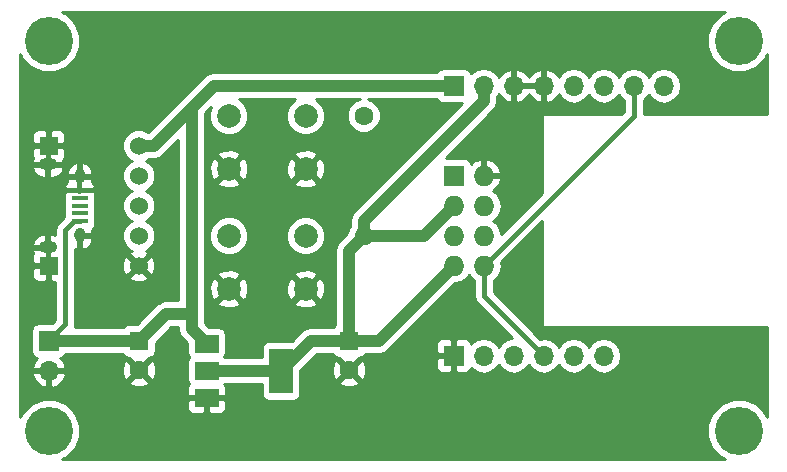
<source format=gbl>
G04 #@! TF.FileFunction,Copper,L2,Bot,Signal*
%FSLAX46Y46*%
G04 Gerber Fmt 4.6, Leading zero omitted, Abs format (unit mm)*
G04 Created by KiCad (PCBNEW 4.0.7-e1-6374~58~ubuntu16.04.1) date Wed Aug 16 17:55:18 2017*
%MOMM*%
%LPD*%
G01*
G04 APERTURE LIST*
%ADD10C,0.100000*%
%ADD11R,1.727200X1.727200*%
%ADD12O,1.727200X1.727200*%
%ADD13R,2.000000X3.800000*%
%ADD14R,2.000000X1.500000*%
%ADD15R,1.600000X1.600000*%
%ADD16C,1.600000*%
%ADD17R,1.350000X0.400000*%
%ADD18O,0.950000X1.250000*%
%ADD19O,1.550000X1.000000*%
%ADD20R,1.700000X1.700000*%
%ADD21O,1.700000X1.700000*%
%ADD22C,1.524000*%
%ADD23R,1.524000X1.524000*%
%ADD24O,1.600000X1.600000*%
%ADD25C,2.000000*%
%ADD26C,4.064000*%
%ADD27C,0.400000*%
%ADD28C,1.000000*%
%ADD29C,0.254000*%
G04 APERTURE END LIST*
D10*
D11*
X185420000Y-93980000D03*
D12*
X187960000Y-93980000D03*
X185420000Y-96520000D03*
X187960000Y-96520000D03*
X185420000Y-99060000D03*
X187960000Y-99060000D03*
X185420000Y-101600000D03*
X187960000Y-101600000D03*
D13*
X170790000Y-110490000D03*
D14*
X164490000Y-110490000D03*
X164490000Y-108190000D03*
X164490000Y-112790000D03*
D15*
X158750000Y-107950000D03*
D16*
X158750000Y-110450000D03*
D15*
X176530000Y-107950000D03*
D16*
X176530000Y-110450000D03*
D17*
X153750000Y-97820000D03*
X153750000Y-97170000D03*
X153750000Y-96520000D03*
X153750000Y-95870000D03*
X153750000Y-95220000D03*
D18*
X153750000Y-99020000D03*
X153750000Y-94020000D03*
D19*
X151050000Y-100020000D03*
X151050000Y-93020000D03*
D20*
X185420000Y-109220000D03*
D21*
X187960000Y-109220000D03*
X190500000Y-109220000D03*
X193040000Y-109220000D03*
X195580000Y-109220000D03*
X198120000Y-109220000D03*
D20*
X151130000Y-107950000D03*
D21*
X151130000Y-110490000D03*
D20*
X185420000Y-86360000D03*
D21*
X187960000Y-86360000D03*
X190500000Y-86360000D03*
X193040000Y-86360000D03*
X195580000Y-86360000D03*
X198120000Y-86360000D03*
X200660000Y-86360000D03*
X203200000Y-86360000D03*
D22*
X158750000Y-101600000D03*
X158750000Y-99060000D03*
X158750000Y-96520000D03*
X158750000Y-93980000D03*
X158750000Y-91440000D03*
D23*
X151130000Y-91440000D03*
X151130000Y-101600000D03*
D16*
X177800000Y-88900000D03*
D24*
X177800000Y-99060000D03*
D25*
X166370000Y-93400000D03*
X166370000Y-88900000D03*
X172870000Y-93400000D03*
X172870000Y-88900000D03*
X166370000Y-103560000D03*
X166370000Y-99060000D03*
X172870000Y-103560000D03*
X172870000Y-99060000D03*
D26*
X209550000Y-82550000D03*
X209550000Y-115570000D03*
X151130000Y-115570000D03*
X151130000Y-82550000D03*
D27*
X153750000Y-97820000D02*
X153259000Y-97820000D01*
X153259000Y-97820000D02*
X152527000Y-98552000D01*
X152527000Y-106553000D02*
X151130000Y-107950000D01*
X152527000Y-98552000D02*
X152527000Y-106553000D01*
D28*
X163220000Y-105410000D02*
X163220000Y-106920000D01*
X163220000Y-106920000D02*
X164490000Y-108190000D01*
X163220000Y-105650000D02*
X163220000Y-105410000D01*
X163220000Y-105410000D02*
X163220000Y-88240000D01*
X163220000Y-88240000D02*
X162560000Y-88900000D01*
D27*
X153750000Y-97820000D02*
X153670000Y-97790000D01*
D28*
X158750000Y-91440000D02*
X160020000Y-91440000D01*
X160020000Y-91440000D02*
X162560000Y-88900000D01*
X162560000Y-88900000D02*
X165100000Y-86360000D01*
X165100000Y-86360000D02*
X185420000Y-86360000D01*
X151130000Y-107950000D02*
X158750000Y-107950000D01*
X158750000Y-107950000D02*
X161050000Y-105650000D01*
X161050000Y-105650000D02*
X163220000Y-105650000D01*
D27*
X153750000Y-95220000D02*
X152370000Y-95220000D01*
X152370000Y-95220000D02*
X152273000Y-95123000D01*
X153750000Y-95220000D02*
X155037000Y-95220000D01*
X155037000Y-95220000D02*
X155067000Y-95250000D01*
X153670000Y-95250000D02*
X153670000Y-93980000D01*
X153670000Y-93980000D02*
X153750000Y-94020000D01*
X153750000Y-95220000D02*
X153670000Y-95250000D01*
D28*
X164490000Y-110490000D02*
X170790000Y-110490000D01*
X170790000Y-110490000D02*
X173330000Y-107950000D01*
X173330000Y-107950000D02*
X176530000Y-107950000D01*
X177800000Y-99060000D02*
X182880000Y-99060000D01*
X182880000Y-99060000D02*
X185420000Y-96520000D01*
X187960000Y-86360000D02*
X187960000Y-87630000D01*
X177800000Y-97790000D02*
X177800000Y-99060000D01*
X187960000Y-87630000D02*
X177800000Y-97790000D01*
X176530000Y-107950000D02*
X176530000Y-100330000D01*
X176530000Y-100330000D02*
X177800000Y-99060000D01*
X176530000Y-107950000D02*
X179070000Y-107950000D01*
X179070000Y-107950000D02*
X185420000Y-101600000D01*
D27*
X187960000Y-101600000D02*
X200660000Y-88900000D01*
X200660000Y-88900000D02*
X200660000Y-86360000D01*
X187960000Y-101600000D02*
X187960000Y-104140000D01*
X187960000Y-104140000D02*
X193040000Y-109220000D01*
D29*
G36*
X208041239Y-80287709D02*
X207290345Y-81037293D01*
X206883464Y-82017173D01*
X206882538Y-83078172D01*
X207287709Y-84058761D01*
X208037293Y-84809655D01*
X209017173Y-85216536D01*
X210078172Y-85217462D01*
X211058761Y-84812291D01*
X211809655Y-84062707D01*
X211963000Y-83693411D01*
X211963000Y-88773000D01*
X201495000Y-88773000D01*
X201495000Y-87582841D01*
X201710054Y-87439147D01*
X201930000Y-87109974D01*
X202149946Y-87439147D01*
X202631715Y-87761054D01*
X203200000Y-87874093D01*
X203768285Y-87761054D01*
X204250054Y-87439147D01*
X204571961Y-86957378D01*
X204685000Y-86389093D01*
X204685000Y-86330907D01*
X204571961Y-85762622D01*
X204250054Y-85280853D01*
X203768285Y-84958946D01*
X203200000Y-84845907D01*
X202631715Y-84958946D01*
X202149946Y-85280853D01*
X201930000Y-85610026D01*
X201710054Y-85280853D01*
X201228285Y-84958946D01*
X200660000Y-84845907D01*
X200091715Y-84958946D01*
X199609946Y-85280853D01*
X199390000Y-85610026D01*
X199170054Y-85280853D01*
X198688285Y-84958946D01*
X198120000Y-84845907D01*
X197551715Y-84958946D01*
X197069946Y-85280853D01*
X196850000Y-85610026D01*
X196630054Y-85280853D01*
X196148285Y-84958946D01*
X195580000Y-84845907D01*
X195011715Y-84958946D01*
X194529946Y-85280853D01*
X194302298Y-85621553D01*
X194235183Y-85478642D01*
X193806924Y-85088355D01*
X193396890Y-84918524D01*
X193167000Y-85039845D01*
X193167000Y-86233000D01*
X193187000Y-86233000D01*
X193187000Y-86487000D01*
X193167000Y-86487000D01*
X193167000Y-87680155D01*
X193396890Y-87801476D01*
X193806924Y-87631645D01*
X194235183Y-87241358D01*
X194302298Y-87098447D01*
X194529946Y-87439147D01*
X195011715Y-87761054D01*
X195580000Y-87874093D01*
X196148285Y-87761054D01*
X196630054Y-87439147D01*
X196850000Y-87109974D01*
X197069946Y-87439147D01*
X197551715Y-87761054D01*
X198120000Y-87874093D01*
X198688285Y-87761054D01*
X199170054Y-87439147D01*
X199390000Y-87109974D01*
X199609946Y-87439147D01*
X199825000Y-87582841D01*
X199825000Y-88554132D01*
X199606132Y-88773000D01*
X193040000Y-88773000D01*
X192990590Y-88783006D01*
X192948965Y-88811447D01*
X192921685Y-88853841D01*
X192913000Y-88900000D01*
X192913000Y-95466132D01*
X189459949Y-98919183D01*
X189373885Y-98486511D01*
X189049029Y-98000330D01*
X188734248Y-97790000D01*
X189049029Y-97579670D01*
X189373885Y-97093489D01*
X189487959Y-96520000D01*
X189373885Y-95946511D01*
X189049029Y-95460330D01*
X188725772Y-95244336D01*
X188848490Y-95186821D01*
X189242688Y-94754947D01*
X189414958Y-94339026D01*
X189293817Y-94107000D01*
X188087000Y-94107000D01*
X188087000Y-94127000D01*
X187833000Y-94127000D01*
X187833000Y-94107000D01*
X187813000Y-94107000D01*
X187813000Y-93853000D01*
X187833000Y-93853000D01*
X187833000Y-92645531D01*
X188087000Y-92645531D01*
X188087000Y-93853000D01*
X189293817Y-93853000D01*
X189414958Y-93620974D01*
X189242688Y-93205053D01*
X188848490Y-92773179D01*
X188319027Y-92525032D01*
X188087000Y-92645531D01*
X187833000Y-92645531D01*
X187600973Y-92525032D01*
X187071510Y-92773179D01*
X186901505Y-92959433D01*
X186886762Y-92881083D01*
X186747690Y-92664959D01*
X186535490Y-92519969D01*
X186283600Y-92468960D01*
X184726172Y-92468960D01*
X188762566Y-88432566D01*
X188844752Y-88309566D01*
X189008603Y-88064346D01*
X189095000Y-87630000D01*
X189095000Y-87312016D01*
X189237702Y-87098447D01*
X189304817Y-87241358D01*
X189733076Y-87631645D01*
X190143110Y-87801476D01*
X190373000Y-87680155D01*
X190373000Y-86487000D01*
X190627000Y-86487000D01*
X190627000Y-87680155D01*
X190856890Y-87801476D01*
X191266924Y-87631645D01*
X191695183Y-87241358D01*
X191770000Y-87082046D01*
X191844817Y-87241358D01*
X192273076Y-87631645D01*
X192683110Y-87801476D01*
X192913000Y-87680155D01*
X192913000Y-86487000D01*
X190627000Y-86487000D01*
X190373000Y-86487000D01*
X190353000Y-86487000D01*
X190353000Y-86233000D01*
X190373000Y-86233000D01*
X190373000Y-85039845D01*
X190627000Y-85039845D01*
X190627000Y-86233000D01*
X192913000Y-86233000D01*
X192913000Y-85039845D01*
X192683110Y-84918524D01*
X192273076Y-85088355D01*
X191844817Y-85478642D01*
X191770000Y-85637954D01*
X191695183Y-85478642D01*
X191266924Y-85088355D01*
X190856890Y-84918524D01*
X190627000Y-85039845D01*
X190373000Y-85039845D01*
X190143110Y-84918524D01*
X189733076Y-85088355D01*
X189304817Y-85478642D01*
X189237702Y-85621553D01*
X189010054Y-85280853D01*
X188528285Y-84958946D01*
X187960000Y-84845907D01*
X187391715Y-84958946D01*
X186909946Y-85280853D01*
X186882150Y-85322452D01*
X186873162Y-85274683D01*
X186734090Y-85058559D01*
X186521890Y-84913569D01*
X186270000Y-84862560D01*
X184570000Y-84862560D01*
X184334683Y-84906838D01*
X184118559Y-85045910D01*
X183996192Y-85225000D01*
X165100000Y-85225000D01*
X164665654Y-85311397D01*
X164297433Y-85557434D01*
X161757436Y-88097432D01*
X161757433Y-88097434D01*
X159570409Y-90284459D01*
X159542370Y-90256371D01*
X159029100Y-90043243D01*
X158473339Y-90042758D01*
X157959697Y-90254990D01*
X157566371Y-90647630D01*
X157353243Y-91160900D01*
X157352758Y-91716661D01*
X157564990Y-92230303D01*
X157957630Y-92623629D01*
X158165512Y-92709949D01*
X157959697Y-92794990D01*
X157566371Y-93187630D01*
X157353243Y-93700900D01*
X157352758Y-94256661D01*
X157564990Y-94770303D01*
X157957630Y-95163629D01*
X158165512Y-95249949D01*
X157959697Y-95334990D01*
X157566371Y-95727630D01*
X157353243Y-96240900D01*
X157352758Y-96796661D01*
X157564990Y-97310303D01*
X157957630Y-97703629D01*
X158165512Y-97789949D01*
X157959697Y-97874990D01*
X157566371Y-98267630D01*
X157353243Y-98780900D01*
X157352758Y-99336661D01*
X157564990Y-99850303D01*
X157957630Y-100243629D01*
X158149727Y-100323395D01*
X158018857Y-100377603D01*
X157949392Y-100619787D01*
X158750000Y-101420395D01*
X159550608Y-100619787D01*
X159481143Y-100377603D01*
X159340682Y-100327491D01*
X159540303Y-100245010D01*
X159933629Y-99852370D01*
X160146757Y-99339100D01*
X160147242Y-98783339D01*
X159935010Y-98269697D01*
X159542370Y-97876371D01*
X159334488Y-97790051D01*
X159540303Y-97705010D01*
X159933629Y-97312370D01*
X160146757Y-96799100D01*
X160147242Y-96243339D01*
X159935010Y-95729697D01*
X159542370Y-95336371D01*
X159334488Y-95250051D01*
X159540303Y-95165010D01*
X159933629Y-94772370D01*
X160146757Y-94259100D01*
X160147242Y-93703339D01*
X159935010Y-93189697D01*
X159542370Y-92796371D01*
X159334488Y-92710051D01*
X159540303Y-92625010D01*
X159590400Y-92575000D01*
X160020000Y-92575000D01*
X160454346Y-92488603D01*
X160822566Y-92242566D01*
X162085000Y-90980132D01*
X162085000Y-104515000D01*
X161050000Y-104515000D01*
X160615654Y-104601397D01*
X160449329Y-104712532D01*
X160247434Y-104847434D01*
X158592308Y-106502560D01*
X157950000Y-106502560D01*
X157714683Y-106546838D01*
X157498559Y-106685910D01*
X157410356Y-106815000D01*
X153309885Y-106815000D01*
X153362000Y-106553000D01*
X153362000Y-102580213D01*
X157949392Y-102580213D01*
X158018857Y-102822397D01*
X158542302Y-103009144D01*
X159097368Y-102981362D01*
X159481143Y-102822397D01*
X159550608Y-102580213D01*
X158750000Y-101779605D01*
X157949392Y-102580213D01*
X153362000Y-102580213D01*
X153362000Y-101392302D01*
X157340856Y-101392302D01*
X157368638Y-101947368D01*
X157527603Y-102331143D01*
X157769787Y-102400608D01*
X158570395Y-101600000D01*
X158929605Y-101600000D01*
X159730213Y-102400608D01*
X159972397Y-102331143D01*
X160159144Y-101807698D01*
X160131362Y-101252632D01*
X159972397Y-100868857D01*
X159730213Y-100799392D01*
X158929605Y-101600000D01*
X158570395Y-101600000D01*
X157769787Y-100799392D01*
X157527603Y-100868857D01*
X157340856Y-101392302D01*
X153362000Y-101392302D01*
X153362000Y-100195014D01*
X153452062Y-100239268D01*
X153623000Y-100112734D01*
X153623000Y-99147000D01*
X153877000Y-99147000D01*
X153877000Y-100112734D01*
X154047938Y-100239268D01*
X154421821Y-100055552D01*
X154709568Y-99731049D01*
X154851229Y-99321131D01*
X154702563Y-99147000D01*
X153877000Y-99147000D01*
X153623000Y-99147000D01*
X153603000Y-99147000D01*
X153603000Y-98893000D01*
X153623000Y-98893000D01*
X153623000Y-98873000D01*
X153877000Y-98873000D01*
X153877000Y-98893000D01*
X154702563Y-98893000D01*
X154851229Y-98718869D01*
X154789440Y-98540074D01*
X154876441Y-98484090D01*
X155021431Y-98271890D01*
X155072440Y-98020000D01*
X155072440Y-97620000D01*
X155048056Y-97490411D01*
X155072440Y-97370000D01*
X155072440Y-96970000D01*
X155048056Y-96840411D01*
X155072440Y-96720000D01*
X155072440Y-96320000D01*
X155048056Y-96190411D01*
X155072440Y-96070000D01*
X155072440Y-95670000D01*
X155052550Y-95564295D01*
X155060000Y-95546310D01*
X155060000Y-95478750D01*
X155030996Y-95449746D01*
X155028162Y-95434683D01*
X154889090Y-95218559D01*
X154744844Y-95120000D01*
X154901250Y-95120000D01*
X155060000Y-94961250D01*
X155060000Y-94893690D01*
X154963327Y-94660301D01*
X154792910Y-94489885D01*
X154851229Y-94321131D01*
X154702563Y-94147000D01*
X153877000Y-94147000D01*
X153877000Y-94167000D01*
X153623000Y-94167000D01*
X153623000Y-94147000D01*
X152797437Y-94147000D01*
X152648771Y-94321131D01*
X152707090Y-94489885D01*
X152536673Y-94660301D01*
X152440000Y-94893690D01*
X152440000Y-94961250D01*
X152598750Y-95120000D01*
X152757067Y-95120000D01*
X152623559Y-95205910D01*
X152478569Y-95418110D01*
X152472965Y-95445785D01*
X152440000Y-95478750D01*
X152440000Y-95546310D01*
X152448468Y-95566753D01*
X152427560Y-95670000D01*
X152427560Y-96070000D01*
X152451944Y-96199589D01*
X152427560Y-96320000D01*
X152427560Y-96720000D01*
X152451944Y-96849589D01*
X152427560Y-96970000D01*
X152427560Y-97370000D01*
X152443487Y-97454645D01*
X151936566Y-97961566D01*
X151755561Y-98232459D01*
X151692000Y-98552000D01*
X151692000Y-98961292D01*
X151452000Y-98885000D01*
X151177000Y-98885000D01*
X151177000Y-99893000D01*
X151197000Y-99893000D01*
X151197000Y-100147000D01*
X151177000Y-100147000D01*
X151177000Y-101155000D01*
X151257000Y-101155000D01*
X151257000Y-101473000D01*
X151277000Y-101473000D01*
X151277000Y-101727000D01*
X151257000Y-101727000D01*
X151257000Y-102838250D01*
X151415750Y-102997000D01*
X151692000Y-102997000D01*
X151692000Y-106207132D01*
X151446572Y-106452560D01*
X150280000Y-106452560D01*
X150044683Y-106496838D01*
X149828559Y-106635910D01*
X149683569Y-106848110D01*
X149632560Y-107100000D01*
X149632560Y-108800000D01*
X149676838Y-109035317D01*
X149815910Y-109251441D01*
X150028110Y-109396431D01*
X150142301Y-109419555D01*
X149934817Y-109608642D01*
X149688514Y-110133108D01*
X149809181Y-110363000D01*
X151003000Y-110363000D01*
X151003000Y-110343000D01*
X151257000Y-110343000D01*
X151257000Y-110363000D01*
X152450819Y-110363000D01*
X152518937Y-110233223D01*
X157303035Y-110233223D01*
X157330222Y-110803454D01*
X157496136Y-111204005D01*
X157742255Y-111278139D01*
X158570395Y-110450000D01*
X158929605Y-110450000D01*
X159757745Y-111278139D01*
X160003864Y-111204005D01*
X160196965Y-110666777D01*
X160169778Y-110096546D01*
X160003864Y-109695995D01*
X159757745Y-109621861D01*
X158929605Y-110450000D01*
X158570395Y-110450000D01*
X157742255Y-109621861D01*
X157496136Y-109695995D01*
X157303035Y-110233223D01*
X152518937Y-110233223D01*
X152571486Y-110133108D01*
X152325183Y-109608642D01*
X152119496Y-109421192D01*
X152215317Y-109403162D01*
X152431441Y-109264090D01*
X152553808Y-109085000D01*
X157410982Y-109085000D01*
X157485910Y-109201441D01*
X157698110Y-109346431D01*
X157936201Y-109394646D01*
X157921861Y-109442255D01*
X158750000Y-110270395D01*
X159578139Y-109442255D01*
X159563855Y-109394833D01*
X159785317Y-109353162D01*
X160001441Y-109214090D01*
X160146431Y-109001890D01*
X160197440Y-108750000D01*
X160197440Y-108107692D01*
X161520132Y-106785000D01*
X162085000Y-106785000D01*
X162085000Y-106920000D01*
X162171397Y-107354346D01*
X162355891Y-107630460D01*
X162417434Y-107722566D01*
X162842560Y-108147692D01*
X162842560Y-108940000D01*
X162886838Y-109175317D01*
X162993759Y-109341477D01*
X162893569Y-109488110D01*
X162842560Y-109740000D01*
X162842560Y-111240000D01*
X162886838Y-111475317D01*
X162992482Y-111639492D01*
X162951673Y-111680301D01*
X162855000Y-111913690D01*
X162855000Y-112504250D01*
X163013750Y-112663000D01*
X164363000Y-112663000D01*
X164363000Y-112643000D01*
X164617000Y-112643000D01*
X164617000Y-112663000D01*
X165966250Y-112663000D01*
X166125000Y-112504250D01*
X166125000Y-111913690D01*
X166028327Y-111680301D01*
X165986366Y-111638340D01*
X165995481Y-111625000D01*
X169142560Y-111625000D01*
X169142560Y-112390000D01*
X169186838Y-112625317D01*
X169325910Y-112841441D01*
X169538110Y-112986431D01*
X169790000Y-113037440D01*
X171790000Y-113037440D01*
X172025317Y-112993162D01*
X172241441Y-112854090D01*
X172386431Y-112641890D01*
X172437440Y-112390000D01*
X172437440Y-111457745D01*
X175701861Y-111457745D01*
X175775995Y-111703864D01*
X176313223Y-111896965D01*
X176883454Y-111869778D01*
X177284005Y-111703864D01*
X177358139Y-111457745D01*
X176530000Y-110629605D01*
X175701861Y-111457745D01*
X172437440Y-111457745D01*
X172437440Y-110447692D01*
X172651909Y-110233223D01*
X175083035Y-110233223D01*
X175110222Y-110803454D01*
X175276136Y-111204005D01*
X175522255Y-111278139D01*
X176350395Y-110450000D01*
X176709605Y-110450000D01*
X177537745Y-111278139D01*
X177783864Y-111204005D01*
X177976965Y-110666777D01*
X177949778Y-110096546D01*
X177783864Y-109695995D01*
X177537745Y-109621861D01*
X176709605Y-110450000D01*
X176350395Y-110450000D01*
X175522255Y-109621861D01*
X175276136Y-109695995D01*
X175083035Y-110233223D01*
X172651909Y-110233223D01*
X173800133Y-109085000D01*
X175190982Y-109085000D01*
X175265910Y-109201441D01*
X175478110Y-109346431D01*
X175716201Y-109394646D01*
X175701861Y-109442255D01*
X176530000Y-110270395D01*
X177294644Y-109505750D01*
X183935000Y-109505750D01*
X183935000Y-110196309D01*
X184031673Y-110429698D01*
X184210301Y-110608327D01*
X184443690Y-110705000D01*
X185134250Y-110705000D01*
X185293000Y-110546250D01*
X185293000Y-109347000D01*
X184093750Y-109347000D01*
X183935000Y-109505750D01*
X177294644Y-109505750D01*
X177358139Y-109442255D01*
X177343855Y-109394833D01*
X177565317Y-109353162D01*
X177781441Y-109214090D01*
X177869644Y-109085000D01*
X179070000Y-109085000D01*
X179504346Y-108998603D01*
X179872566Y-108752566D01*
X180381441Y-108243691D01*
X183935000Y-108243691D01*
X183935000Y-108934250D01*
X184093750Y-109093000D01*
X185293000Y-109093000D01*
X185293000Y-107893750D01*
X185134250Y-107735000D01*
X184443690Y-107735000D01*
X184210301Y-107831673D01*
X184031673Y-108010302D01*
X183935000Y-108243691D01*
X180381441Y-108243691D01*
X185545694Y-103079438D01*
X186022848Y-102984526D01*
X186509029Y-102659670D01*
X186690000Y-102388828D01*
X186870971Y-102659670D01*
X187125000Y-102829407D01*
X187125000Y-104140000D01*
X187188561Y-104459541D01*
X187287380Y-104607434D01*
X187369566Y-104730434D01*
X190370749Y-107731617D01*
X189931715Y-107818946D01*
X189449946Y-108140853D01*
X189230000Y-108470026D01*
X189010054Y-108140853D01*
X188528285Y-107818946D01*
X187960000Y-107705907D01*
X187391715Y-107818946D01*
X186909946Y-108140853D01*
X186880597Y-108184777D01*
X186808327Y-108010302D01*
X186629699Y-107831673D01*
X186396310Y-107735000D01*
X185705750Y-107735000D01*
X185547000Y-107893750D01*
X185547000Y-109093000D01*
X185567000Y-109093000D01*
X185567000Y-109347000D01*
X185547000Y-109347000D01*
X185547000Y-110546250D01*
X185705750Y-110705000D01*
X186396310Y-110705000D01*
X186629699Y-110608327D01*
X186808327Y-110429698D01*
X186880597Y-110255223D01*
X186909946Y-110299147D01*
X187391715Y-110621054D01*
X187960000Y-110734093D01*
X188528285Y-110621054D01*
X189010054Y-110299147D01*
X189230000Y-109969974D01*
X189449946Y-110299147D01*
X189931715Y-110621054D01*
X190500000Y-110734093D01*
X191068285Y-110621054D01*
X191550054Y-110299147D01*
X191770000Y-109969974D01*
X191989946Y-110299147D01*
X192471715Y-110621054D01*
X193040000Y-110734093D01*
X193608285Y-110621054D01*
X194090054Y-110299147D01*
X194310000Y-109969974D01*
X194529946Y-110299147D01*
X195011715Y-110621054D01*
X195580000Y-110734093D01*
X196148285Y-110621054D01*
X196630054Y-110299147D01*
X196850000Y-109969974D01*
X197069946Y-110299147D01*
X197551715Y-110621054D01*
X198120000Y-110734093D01*
X198688285Y-110621054D01*
X199170054Y-110299147D01*
X199491961Y-109817378D01*
X199605000Y-109249093D01*
X199605000Y-109190907D01*
X199491961Y-108622622D01*
X199170054Y-108140853D01*
X198688285Y-107818946D01*
X198120000Y-107705907D01*
X197551715Y-107818946D01*
X197069946Y-108140853D01*
X196850000Y-108470026D01*
X196630054Y-108140853D01*
X196148285Y-107818946D01*
X195580000Y-107705907D01*
X195011715Y-107818946D01*
X194529946Y-108140853D01*
X194310000Y-108470026D01*
X194090054Y-108140853D01*
X193608285Y-107818946D01*
X193040000Y-107705907D01*
X192762061Y-107761193D01*
X188795000Y-103794132D01*
X188795000Y-102829407D01*
X189049029Y-102659670D01*
X189373885Y-102173489D01*
X189487959Y-101600000D01*
X189430373Y-101310495D01*
X192913000Y-97827868D01*
X192913000Y-106680000D01*
X192923006Y-106729410D01*
X192951447Y-106771035D01*
X192993841Y-106798315D01*
X193040000Y-106807000D01*
X211963000Y-106807000D01*
X211963000Y-114425983D01*
X211812291Y-114061239D01*
X211062707Y-113310345D01*
X210082827Y-112903464D01*
X209021828Y-112902538D01*
X208041239Y-113307709D01*
X207290345Y-114057293D01*
X206883464Y-115037173D01*
X206882538Y-116098172D01*
X207287709Y-117078761D01*
X208037293Y-117829655D01*
X208406589Y-117983000D01*
X152274017Y-117983000D01*
X152638761Y-117832291D01*
X153389655Y-117082707D01*
X153796536Y-116102827D01*
X153797462Y-115041828D01*
X153392291Y-114061239D01*
X152642707Y-113310345D01*
X152077739Y-113075750D01*
X162855000Y-113075750D01*
X162855000Y-113666310D01*
X162951673Y-113899699D01*
X163130302Y-114078327D01*
X163363691Y-114175000D01*
X164204250Y-114175000D01*
X164363000Y-114016250D01*
X164363000Y-112917000D01*
X164617000Y-112917000D01*
X164617000Y-114016250D01*
X164775750Y-114175000D01*
X165616309Y-114175000D01*
X165849698Y-114078327D01*
X166028327Y-113899699D01*
X166125000Y-113666310D01*
X166125000Y-113075750D01*
X165966250Y-112917000D01*
X164617000Y-112917000D01*
X164363000Y-112917000D01*
X163013750Y-112917000D01*
X162855000Y-113075750D01*
X152077739Y-113075750D01*
X151662827Y-112903464D01*
X150601828Y-112902538D01*
X149621239Y-113307709D01*
X148870345Y-114057293D01*
X148717000Y-114426589D01*
X148717000Y-110846892D01*
X149688514Y-110846892D01*
X149934817Y-111371358D01*
X150363076Y-111761645D01*
X150773110Y-111931476D01*
X151003000Y-111810155D01*
X151003000Y-110617000D01*
X151257000Y-110617000D01*
X151257000Y-111810155D01*
X151486890Y-111931476D01*
X151896924Y-111761645D01*
X152230391Y-111457745D01*
X157921861Y-111457745D01*
X157995995Y-111703864D01*
X158533223Y-111896965D01*
X159103454Y-111869778D01*
X159504005Y-111703864D01*
X159578139Y-111457745D01*
X158750000Y-110629605D01*
X157921861Y-111457745D01*
X152230391Y-111457745D01*
X152325183Y-111371358D01*
X152571486Y-110846892D01*
X152450819Y-110617000D01*
X151257000Y-110617000D01*
X151003000Y-110617000D01*
X149809181Y-110617000D01*
X149688514Y-110846892D01*
X148717000Y-110846892D01*
X148717000Y-101885750D01*
X149733000Y-101885750D01*
X149733000Y-102488309D01*
X149829673Y-102721698D01*
X150008301Y-102900327D01*
X150241690Y-102997000D01*
X150844250Y-102997000D01*
X151003000Y-102838250D01*
X151003000Y-101727000D01*
X149891750Y-101727000D01*
X149733000Y-101885750D01*
X148717000Y-101885750D01*
X148717000Y-100321874D01*
X149680881Y-100321874D01*
X149796734Y-100557823D01*
X149733000Y-100711691D01*
X149733000Y-101314250D01*
X149891750Y-101473000D01*
X151003000Y-101473000D01*
X151003000Y-100361750D01*
X150923000Y-100281750D01*
X150923000Y-100147000D01*
X149807046Y-100147000D01*
X149680881Y-100321874D01*
X148717000Y-100321874D01*
X148717000Y-99718126D01*
X149680881Y-99718126D01*
X149807046Y-99893000D01*
X150923000Y-99893000D01*
X150923000Y-98885000D01*
X150648000Y-98885000D01*
X150223322Y-99019998D01*
X149882632Y-99307237D01*
X149680881Y-99718126D01*
X148717000Y-99718126D01*
X148717000Y-93321874D01*
X149680881Y-93321874D01*
X149882632Y-93732763D01*
X150223322Y-94020002D01*
X150648000Y-94155000D01*
X150923000Y-94155000D01*
X150923000Y-93147000D01*
X151177000Y-93147000D01*
X151177000Y-94155000D01*
X151452000Y-94155000D01*
X151876678Y-94020002D01*
X152217368Y-93732763D01*
X152224190Y-93718869D01*
X152648771Y-93718869D01*
X152797437Y-93893000D01*
X153623000Y-93893000D01*
X153623000Y-92927266D01*
X153877000Y-92927266D01*
X153877000Y-93893000D01*
X154702563Y-93893000D01*
X154851229Y-93718869D01*
X154709568Y-93308951D01*
X154421821Y-92984448D01*
X154047938Y-92800732D01*
X153877000Y-92927266D01*
X153623000Y-92927266D01*
X153452062Y-92800732D01*
X153078179Y-92984448D01*
X152790432Y-93308951D01*
X152648771Y-93718869D01*
X152224190Y-93718869D01*
X152419119Y-93321874D01*
X152292954Y-93147000D01*
X151177000Y-93147000D01*
X150923000Y-93147000D01*
X149807046Y-93147000D01*
X149680881Y-93321874D01*
X148717000Y-93321874D01*
X148717000Y-92718126D01*
X149680881Y-92718126D01*
X149807046Y-92893000D01*
X150923000Y-92893000D01*
X150923000Y-92758250D01*
X151003000Y-92678250D01*
X151003000Y-91885000D01*
X151177000Y-91885000D01*
X151177000Y-92893000D01*
X152292954Y-92893000D01*
X152419119Y-92718126D01*
X152371296Y-92620729D01*
X152430327Y-92561698D01*
X152527000Y-92328309D01*
X152527000Y-91725750D01*
X152368250Y-91567000D01*
X151257000Y-91567000D01*
X151257000Y-91885000D01*
X151177000Y-91885000D01*
X151003000Y-91885000D01*
X151003000Y-91567000D01*
X149891750Y-91567000D01*
X149733000Y-91725750D01*
X149733000Y-92328309D01*
X149796734Y-92482177D01*
X149680881Y-92718126D01*
X148717000Y-92718126D01*
X148717000Y-90551691D01*
X149733000Y-90551691D01*
X149733000Y-91154250D01*
X149891750Y-91313000D01*
X151003000Y-91313000D01*
X151003000Y-90201750D01*
X151257000Y-90201750D01*
X151257000Y-91313000D01*
X152368250Y-91313000D01*
X152527000Y-91154250D01*
X152527000Y-90551691D01*
X152430327Y-90318302D01*
X152251699Y-90139673D01*
X152018310Y-90043000D01*
X151415750Y-90043000D01*
X151257000Y-90201750D01*
X151003000Y-90201750D01*
X150844250Y-90043000D01*
X150241690Y-90043000D01*
X150008301Y-90139673D01*
X149829673Y-90318302D01*
X149733000Y-90551691D01*
X148717000Y-90551691D01*
X148717000Y-83694017D01*
X148867709Y-84058761D01*
X149617293Y-84809655D01*
X150597173Y-85216536D01*
X151658172Y-85217462D01*
X152638761Y-84812291D01*
X153389655Y-84062707D01*
X153796536Y-83082827D01*
X153797462Y-82021828D01*
X153392291Y-81041239D01*
X152642707Y-80290345D01*
X152273411Y-80137000D01*
X208405983Y-80137000D01*
X208041239Y-80287709D01*
X208041239Y-80287709D01*
G37*
X208041239Y-80287709D02*
X207290345Y-81037293D01*
X206883464Y-82017173D01*
X206882538Y-83078172D01*
X207287709Y-84058761D01*
X208037293Y-84809655D01*
X209017173Y-85216536D01*
X210078172Y-85217462D01*
X211058761Y-84812291D01*
X211809655Y-84062707D01*
X211963000Y-83693411D01*
X211963000Y-88773000D01*
X201495000Y-88773000D01*
X201495000Y-87582841D01*
X201710054Y-87439147D01*
X201930000Y-87109974D01*
X202149946Y-87439147D01*
X202631715Y-87761054D01*
X203200000Y-87874093D01*
X203768285Y-87761054D01*
X204250054Y-87439147D01*
X204571961Y-86957378D01*
X204685000Y-86389093D01*
X204685000Y-86330907D01*
X204571961Y-85762622D01*
X204250054Y-85280853D01*
X203768285Y-84958946D01*
X203200000Y-84845907D01*
X202631715Y-84958946D01*
X202149946Y-85280853D01*
X201930000Y-85610026D01*
X201710054Y-85280853D01*
X201228285Y-84958946D01*
X200660000Y-84845907D01*
X200091715Y-84958946D01*
X199609946Y-85280853D01*
X199390000Y-85610026D01*
X199170054Y-85280853D01*
X198688285Y-84958946D01*
X198120000Y-84845907D01*
X197551715Y-84958946D01*
X197069946Y-85280853D01*
X196850000Y-85610026D01*
X196630054Y-85280853D01*
X196148285Y-84958946D01*
X195580000Y-84845907D01*
X195011715Y-84958946D01*
X194529946Y-85280853D01*
X194302298Y-85621553D01*
X194235183Y-85478642D01*
X193806924Y-85088355D01*
X193396890Y-84918524D01*
X193167000Y-85039845D01*
X193167000Y-86233000D01*
X193187000Y-86233000D01*
X193187000Y-86487000D01*
X193167000Y-86487000D01*
X193167000Y-87680155D01*
X193396890Y-87801476D01*
X193806924Y-87631645D01*
X194235183Y-87241358D01*
X194302298Y-87098447D01*
X194529946Y-87439147D01*
X195011715Y-87761054D01*
X195580000Y-87874093D01*
X196148285Y-87761054D01*
X196630054Y-87439147D01*
X196850000Y-87109974D01*
X197069946Y-87439147D01*
X197551715Y-87761054D01*
X198120000Y-87874093D01*
X198688285Y-87761054D01*
X199170054Y-87439147D01*
X199390000Y-87109974D01*
X199609946Y-87439147D01*
X199825000Y-87582841D01*
X199825000Y-88554132D01*
X199606132Y-88773000D01*
X193040000Y-88773000D01*
X192990590Y-88783006D01*
X192948965Y-88811447D01*
X192921685Y-88853841D01*
X192913000Y-88900000D01*
X192913000Y-95466132D01*
X189459949Y-98919183D01*
X189373885Y-98486511D01*
X189049029Y-98000330D01*
X188734248Y-97790000D01*
X189049029Y-97579670D01*
X189373885Y-97093489D01*
X189487959Y-96520000D01*
X189373885Y-95946511D01*
X189049029Y-95460330D01*
X188725772Y-95244336D01*
X188848490Y-95186821D01*
X189242688Y-94754947D01*
X189414958Y-94339026D01*
X189293817Y-94107000D01*
X188087000Y-94107000D01*
X188087000Y-94127000D01*
X187833000Y-94127000D01*
X187833000Y-94107000D01*
X187813000Y-94107000D01*
X187813000Y-93853000D01*
X187833000Y-93853000D01*
X187833000Y-92645531D01*
X188087000Y-92645531D01*
X188087000Y-93853000D01*
X189293817Y-93853000D01*
X189414958Y-93620974D01*
X189242688Y-93205053D01*
X188848490Y-92773179D01*
X188319027Y-92525032D01*
X188087000Y-92645531D01*
X187833000Y-92645531D01*
X187600973Y-92525032D01*
X187071510Y-92773179D01*
X186901505Y-92959433D01*
X186886762Y-92881083D01*
X186747690Y-92664959D01*
X186535490Y-92519969D01*
X186283600Y-92468960D01*
X184726172Y-92468960D01*
X188762566Y-88432566D01*
X188844752Y-88309566D01*
X189008603Y-88064346D01*
X189095000Y-87630000D01*
X189095000Y-87312016D01*
X189237702Y-87098447D01*
X189304817Y-87241358D01*
X189733076Y-87631645D01*
X190143110Y-87801476D01*
X190373000Y-87680155D01*
X190373000Y-86487000D01*
X190627000Y-86487000D01*
X190627000Y-87680155D01*
X190856890Y-87801476D01*
X191266924Y-87631645D01*
X191695183Y-87241358D01*
X191770000Y-87082046D01*
X191844817Y-87241358D01*
X192273076Y-87631645D01*
X192683110Y-87801476D01*
X192913000Y-87680155D01*
X192913000Y-86487000D01*
X190627000Y-86487000D01*
X190373000Y-86487000D01*
X190353000Y-86487000D01*
X190353000Y-86233000D01*
X190373000Y-86233000D01*
X190373000Y-85039845D01*
X190627000Y-85039845D01*
X190627000Y-86233000D01*
X192913000Y-86233000D01*
X192913000Y-85039845D01*
X192683110Y-84918524D01*
X192273076Y-85088355D01*
X191844817Y-85478642D01*
X191770000Y-85637954D01*
X191695183Y-85478642D01*
X191266924Y-85088355D01*
X190856890Y-84918524D01*
X190627000Y-85039845D01*
X190373000Y-85039845D01*
X190143110Y-84918524D01*
X189733076Y-85088355D01*
X189304817Y-85478642D01*
X189237702Y-85621553D01*
X189010054Y-85280853D01*
X188528285Y-84958946D01*
X187960000Y-84845907D01*
X187391715Y-84958946D01*
X186909946Y-85280853D01*
X186882150Y-85322452D01*
X186873162Y-85274683D01*
X186734090Y-85058559D01*
X186521890Y-84913569D01*
X186270000Y-84862560D01*
X184570000Y-84862560D01*
X184334683Y-84906838D01*
X184118559Y-85045910D01*
X183996192Y-85225000D01*
X165100000Y-85225000D01*
X164665654Y-85311397D01*
X164297433Y-85557434D01*
X161757436Y-88097432D01*
X161757433Y-88097434D01*
X159570409Y-90284459D01*
X159542370Y-90256371D01*
X159029100Y-90043243D01*
X158473339Y-90042758D01*
X157959697Y-90254990D01*
X157566371Y-90647630D01*
X157353243Y-91160900D01*
X157352758Y-91716661D01*
X157564990Y-92230303D01*
X157957630Y-92623629D01*
X158165512Y-92709949D01*
X157959697Y-92794990D01*
X157566371Y-93187630D01*
X157353243Y-93700900D01*
X157352758Y-94256661D01*
X157564990Y-94770303D01*
X157957630Y-95163629D01*
X158165512Y-95249949D01*
X157959697Y-95334990D01*
X157566371Y-95727630D01*
X157353243Y-96240900D01*
X157352758Y-96796661D01*
X157564990Y-97310303D01*
X157957630Y-97703629D01*
X158165512Y-97789949D01*
X157959697Y-97874990D01*
X157566371Y-98267630D01*
X157353243Y-98780900D01*
X157352758Y-99336661D01*
X157564990Y-99850303D01*
X157957630Y-100243629D01*
X158149727Y-100323395D01*
X158018857Y-100377603D01*
X157949392Y-100619787D01*
X158750000Y-101420395D01*
X159550608Y-100619787D01*
X159481143Y-100377603D01*
X159340682Y-100327491D01*
X159540303Y-100245010D01*
X159933629Y-99852370D01*
X160146757Y-99339100D01*
X160147242Y-98783339D01*
X159935010Y-98269697D01*
X159542370Y-97876371D01*
X159334488Y-97790051D01*
X159540303Y-97705010D01*
X159933629Y-97312370D01*
X160146757Y-96799100D01*
X160147242Y-96243339D01*
X159935010Y-95729697D01*
X159542370Y-95336371D01*
X159334488Y-95250051D01*
X159540303Y-95165010D01*
X159933629Y-94772370D01*
X160146757Y-94259100D01*
X160147242Y-93703339D01*
X159935010Y-93189697D01*
X159542370Y-92796371D01*
X159334488Y-92710051D01*
X159540303Y-92625010D01*
X159590400Y-92575000D01*
X160020000Y-92575000D01*
X160454346Y-92488603D01*
X160822566Y-92242566D01*
X162085000Y-90980132D01*
X162085000Y-104515000D01*
X161050000Y-104515000D01*
X160615654Y-104601397D01*
X160449329Y-104712532D01*
X160247434Y-104847434D01*
X158592308Y-106502560D01*
X157950000Y-106502560D01*
X157714683Y-106546838D01*
X157498559Y-106685910D01*
X157410356Y-106815000D01*
X153309885Y-106815000D01*
X153362000Y-106553000D01*
X153362000Y-102580213D01*
X157949392Y-102580213D01*
X158018857Y-102822397D01*
X158542302Y-103009144D01*
X159097368Y-102981362D01*
X159481143Y-102822397D01*
X159550608Y-102580213D01*
X158750000Y-101779605D01*
X157949392Y-102580213D01*
X153362000Y-102580213D01*
X153362000Y-101392302D01*
X157340856Y-101392302D01*
X157368638Y-101947368D01*
X157527603Y-102331143D01*
X157769787Y-102400608D01*
X158570395Y-101600000D01*
X158929605Y-101600000D01*
X159730213Y-102400608D01*
X159972397Y-102331143D01*
X160159144Y-101807698D01*
X160131362Y-101252632D01*
X159972397Y-100868857D01*
X159730213Y-100799392D01*
X158929605Y-101600000D01*
X158570395Y-101600000D01*
X157769787Y-100799392D01*
X157527603Y-100868857D01*
X157340856Y-101392302D01*
X153362000Y-101392302D01*
X153362000Y-100195014D01*
X153452062Y-100239268D01*
X153623000Y-100112734D01*
X153623000Y-99147000D01*
X153877000Y-99147000D01*
X153877000Y-100112734D01*
X154047938Y-100239268D01*
X154421821Y-100055552D01*
X154709568Y-99731049D01*
X154851229Y-99321131D01*
X154702563Y-99147000D01*
X153877000Y-99147000D01*
X153623000Y-99147000D01*
X153603000Y-99147000D01*
X153603000Y-98893000D01*
X153623000Y-98893000D01*
X153623000Y-98873000D01*
X153877000Y-98873000D01*
X153877000Y-98893000D01*
X154702563Y-98893000D01*
X154851229Y-98718869D01*
X154789440Y-98540074D01*
X154876441Y-98484090D01*
X155021431Y-98271890D01*
X155072440Y-98020000D01*
X155072440Y-97620000D01*
X155048056Y-97490411D01*
X155072440Y-97370000D01*
X155072440Y-96970000D01*
X155048056Y-96840411D01*
X155072440Y-96720000D01*
X155072440Y-96320000D01*
X155048056Y-96190411D01*
X155072440Y-96070000D01*
X155072440Y-95670000D01*
X155052550Y-95564295D01*
X155060000Y-95546310D01*
X155060000Y-95478750D01*
X155030996Y-95449746D01*
X155028162Y-95434683D01*
X154889090Y-95218559D01*
X154744844Y-95120000D01*
X154901250Y-95120000D01*
X155060000Y-94961250D01*
X155060000Y-94893690D01*
X154963327Y-94660301D01*
X154792910Y-94489885D01*
X154851229Y-94321131D01*
X154702563Y-94147000D01*
X153877000Y-94147000D01*
X153877000Y-94167000D01*
X153623000Y-94167000D01*
X153623000Y-94147000D01*
X152797437Y-94147000D01*
X152648771Y-94321131D01*
X152707090Y-94489885D01*
X152536673Y-94660301D01*
X152440000Y-94893690D01*
X152440000Y-94961250D01*
X152598750Y-95120000D01*
X152757067Y-95120000D01*
X152623559Y-95205910D01*
X152478569Y-95418110D01*
X152472965Y-95445785D01*
X152440000Y-95478750D01*
X152440000Y-95546310D01*
X152448468Y-95566753D01*
X152427560Y-95670000D01*
X152427560Y-96070000D01*
X152451944Y-96199589D01*
X152427560Y-96320000D01*
X152427560Y-96720000D01*
X152451944Y-96849589D01*
X152427560Y-96970000D01*
X152427560Y-97370000D01*
X152443487Y-97454645D01*
X151936566Y-97961566D01*
X151755561Y-98232459D01*
X151692000Y-98552000D01*
X151692000Y-98961292D01*
X151452000Y-98885000D01*
X151177000Y-98885000D01*
X151177000Y-99893000D01*
X151197000Y-99893000D01*
X151197000Y-100147000D01*
X151177000Y-100147000D01*
X151177000Y-101155000D01*
X151257000Y-101155000D01*
X151257000Y-101473000D01*
X151277000Y-101473000D01*
X151277000Y-101727000D01*
X151257000Y-101727000D01*
X151257000Y-102838250D01*
X151415750Y-102997000D01*
X151692000Y-102997000D01*
X151692000Y-106207132D01*
X151446572Y-106452560D01*
X150280000Y-106452560D01*
X150044683Y-106496838D01*
X149828559Y-106635910D01*
X149683569Y-106848110D01*
X149632560Y-107100000D01*
X149632560Y-108800000D01*
X149676838Y-109035317D01*
X149815910Y-109251441D01*
X150028110Y-109396431D01*
X150142301Y-109419555D01*
X149934817Y-109608642D01*
X149688514Y-110133108D01*
X149809181Y-110363000D01*
X151003000Y-110363000D01*
X151003000Y-110343000D01*
X151257000Y-110343000D01*
X151257000Y-110363000D01*
X152450819Y-110363000D01*
X152518937Y-110233223D01*
X157303035Y-110233223D01*
X157330222Y-110803454D01*
X157496136Y-111204005D01*
X157742255Y-111278139D01*
X158570395Y-110450000D01*
X158929605Y-110450000D01*
X159757745Y-111278139D01*
X160003864Y-111204005D01*
X160196965Y-110666777D01*
X160169778Y-110096546D01*
X160003864Y-109695995D01*
X159757745Y-109621861D01*
X158929605Y-110450000D01*
X158570395Y-110450000D01*
X157742255Y-109621861D01*
X157496136Y-109695995D01*
X157303035Y-110233223D01*
X152518937Y-110233223D01*
X152571486Y-110133108D01*
X152325183Y-109608642D01*
X152119496Y-109421192D01*
X152215317Y-109403162D01*
X152431441Y-109264090D01*
X152553808Y-109085000D01*
X157410982Y-109085000D01*
X157485910Y-109201441D01*
X157698110Y-109346431D01*
X157936201Y-109394646D01*
X157921861Y-109442255D01*
X158750000Y-110270395D01*
X159578139Y-109442255D01*
X159563855Y-109394833D01*
X159785317Y-109353162D01*
X160001441Y-109214090D01*
X160146431Y-109001890D01*
X160197440Y-108750000D01*
X160197440Y-108107692D01*
X161520132Y-106785000D01*
X162085000Y-106785000D01*
X162085000Y-106920000D01*
X162171397Y-107354346D01*
X162355891Y-107630460D01*
X162417434Y-107722566D01*
X162842560Y-108147692D01*
X162842560Y-108940000D01*
X162886838Y-109175317D01*
X162993759Y-109341477D01*
X162893569Y-109488110D01*
X162842560Y-109740000D01*
X162842560Y-111240000D01*
X162886838Y-111475317D01*
X162992482Y-111639492D01*
X162951673Y-111680301D01*
X162855000Y-111913690D01*
X162855000Y-112504250D01*
X163013750Y-112663000D01*
X164363000Y-112663000D01*
X164363000Y-112643000D01*
X164617000Y-112643000D01*
X164617000Y-112663000D01*
X165966250Y-112663000D01*
X166125000Y-112504250D01*
X166125000Y-111913690D01*
X166028327Y-111680301D01*
X165986366Y-111638340D01*
X165995481Y-111625000D01*
X169142560Y-111625000D01*
X169142560Y-112390000D01*
X169186838Y-112625317D01*
X169325910Y-112841441D01*
X169538110Y-112986431D01*
X169790000Y-113037440D01*
X171790000Y-113037440D01*
X172025317Y-112993162D01*
X172241441Y-112854090D01*
X172386431Y-112641890D01*
X172437440Y-112390000D01*
X172437440Y-111457745D01*
X175701861Y-111457745D01*
X175775995Y-111703864D01*
X176313223Y-111896965D01*
X176883454Y-111869778D01*
X177284005Y-111703864D01*
X177358139Y-111457745D01*
X176530000Y-110629605D01*
X175701861Y-111457745D01*
X172437440Y-111457745D01*
X172437440Y-110447692D01*
X172651909Y-110233223D01*
X175083035Y-110233223D01*
X175110222Y-110803454D01*
X175276136Y-111204005D01*
X175522255Y-111278139D01*
X176350395Y-110450000D01*
X176709605Y-110450000D01*
X177537745Y-111278139D01*
X177783864Y-111204005D01*
X177976965Y-110666777D01*
X177949778Y-110096546D01*
X177783864Y-109695995D01*
X177537745Y-109621861D01*
X176709605Y-110450000D01*
X176350395Y-110450000D01*
X175522255Y-109621861D01*
X175276136Y-109695995D01*
X175083035Y-110233223D01*
X172651909Y-110233223D01*
X173800133Y-109085000D01*
X175190982Y-109085000D01*
X175265910Y-109201441D01*
X175478110Y-109346431D01*
X175716201Y-109394646D01*
X175701861Y-109442255D01*
X176530000Y-110270395D01*
X177294644Y-109505750D01*
X183935000Y-109505750D01*
X183935000Y-110196309D01*
X184031673Y-110429698D01*
X184210301Y-110608327D01*
X184443690Y-110705000D01*
X185134250Y-110705000D01*
X185293000Y-110546250D01*
X185293000Y-109347000D01*
X184093750Y-109347000D01*
X183935000Y-109505750D01*
X177294644Y-109505750D01*
X177358139Y-109442255D01*
X177343855Y-109394833D01*
X177565317Y-109353162D01*
X177781441Y-109214090D01*
X177869644Y-109085000D01*
X179070000Y-109085000D01*
X179504346Y-108998603D01*
X179872566Y-108752566D01*
X180381441Y-108243691D01*
X183935000Y-108243691D01*
X183935000Y-108934250D01*
X184093750Y-109093000D01*
X185293000Y-109093000D01*
X185293000Y-107893750D01*
X185134250Y-107735000D01*
X184443690Y-107735000D01*
X184210301Y-107831673D01*
X184031673Y-108010302D01*
X183935000Y-108243691D01*
X180381441Y-108243691D01*
X185545694Y-103079438D01*
X186022848Y-102984526D01*
X186509029Y-102659670D01*
X186690000Y-102388828D01*
X186870971Y-102659670D01*
X187125000Y-102829407D01*
X187125000Y-104140000D01*
X187188561Y-104459541D01*
X187287380Y-104607434D01*
X187369566Y-104730434D01*
X190370749Y-107731617D01*
X189931715Y-107818946D01*
X189449946Y-108140853D01*
X189230000Y-108470026D01*
X189010054Y-108140853D01*
X188528285Y-107818946D01*
X187960000Y-107705907D01*
X187391715Y-107818946D01*
X186909946Y-108140853D01*
X186880597Y-108184777D01*
X186808327Y-108010302D01*
X186629699Y-107831673D01*
X186396310Y-107735000D01*
X185705750Y-107735000D01*
X185547000Y-107893750D01*
X185547000Y-109093000D01*
X185567000Y-109093000D01*
X185567000Y-109347000D01*
X185547000Y-109347000D01*
X185547000Y-110546250D01*
X185705750Y-110705000D01*
X186396310Y-110705000D01*
X186629699Y-110608327D01*
X186808327Y-110429698D01*
X186880597Y-110255223D01*
X186909946Y-110299147D01*
X187391715Y-110621054D01*
X187960000Y-110734093D01*
X188528285Y-110621054D01*
X189010054Y-110299147D01*
X189230000Y-109969974D01*
X189449946Y-110299147D01*
X189931715Y-110621054D01*
X190500000Y-110734093D01*
X191068285Y-110621054D01*
X191550054Y-110299147D01*
X191770000Y-109969974D01*
X191989946Y-110299147D01*
X192471715Y-110621054D01*
X193040000Y-110734093D01*
X193608285Y-110621054D01*
X194090054Y-110299147D01*
X194310000Y-109969974D01*
X194529946Y-110299147D01*
X195011715Y-110621054D01*
X195580000Y-110734093D01*
X196148285Y-110621054D01*
X196630054Y-110299147D01*
X196850000Y-109969974D01*
X197069946Y-110299147D01*
X197551715Y-110621054D01*
X198120000Y-110734093D01*
X198688285Y-110621054D01*
X199170054Y-110299147D01*
X199491961Y-109817378D01*
X199605000Y-109249093D01*
X199605000Y-109190907D01*
X199491961Y-108622622D01*
X199170054Y-108140853D01*
X198688285Y-107818946D01*
X198120000Y-107705907D01*
X197551715Y-107818946D01*
X197069946Y-108140853D01*
X196850000Y-108470026D01*
X196630054Y-108140853D01*
X196148285Y-107818946D01*
X195580000Y-107705907D01*
X195011715Y-107818946D01*
X194529946Y-108140853D01*
X194310000Y-108470026D01*
X194090054Y-108140853D01*
X193608285Y-107818946D01*
X193040000Y-107705907D01*
X192762061Y-107761193D01*
X188795000Y-103794132D01*
X188795000Y-102829407D01*
X189049029Y-102659670D01*
X189373885Y-102173489D01*
X189487959Y-101600000D01*
X189430373Y-101310495D01*
X192913000Y-97827868D01*
X192913000Y-106680000D01*
X192923006Y-106729410D01*
X192951447Y-106771035D01*
X192993841Y-106798315D01*
X193040000Y-106807000D01*
X211963000Y-106807000D01*
X211963000Y-114425983D01*
X211812291Y-114061239D01*
X211062707Y-113310345D01*
X210082827Y-112903464D01*
X209021828Y-112902538D01*
X208041239Y-113307709D01*
X207290345Y-114057293D01*
X206883464Y-115037173D01*
X206882538Y-116098172D01*
X207287709Y-117078761D01*
X208037293Y-117829655D01*
X208406589Y-117983000D01*
X152274017Y-117983000D01*
X152638761Y-117832291D01*
X153389655Y-117082707D01*
X153796536Y-116102827D01*
X153797462Y-115041828D01*
X153392291Y-114061239D01*
X152642707Y-113310345D01*
X152077739Y-113075750D01*
X162855000Y-113075750D01*
X162855000Y-113666310D01*
X162951673Y-113899699D01*
X163130302Y-114078327D01*
X163363691Y-114175000D01*
X164204250Y-114175000D01*
X164363000Y-114016250D01*
X164363000Y-112917000D01*
X164617000Y-112917000D01*
X164617000Y-114016250D01*
X164775750Y-114175000D01*
X165616309Y-114175000D01*
X165849698Y-114078327D01*
X166028327Y-113899699D01*
X166125000Y-113666310D01*
X166125000Y-113075750D01*
X165966250Y-112917000D01*
X164617000Y-112917000D01*
X164363000Y-112917000D01*
X163013750Y-112917000D01*
X162855000Y-113075750D01*
X152077739Y-113075750D01*
X151662827Y-112903464D01*
X150601828Y-112902538D01*
X149621239Y-113307709D01*
X148870345Y-114057293D01*
X148717000Y-114426589D01*
X148717000Y-110846892D01*
X149688514Y-110846892D01*
X149934817Y-111371358D01*
X150363076Y-111761645D01*
X150773110Y-111931476D01*
X151003000Y-111810155D01*
X151003000Y-110617000D01*
X151257000Y-110617000D01*
X151257000Y-111810155D01*
X151486890Y-111931476D01*
X151896924Y-111761645D01*
X152230391Y-111457745D01*
X157921861Y-111457745D01*
X157995995Y-111703864D01*
X158533223Y-111896965D01*
X159103454Y-111869778D01*
X159504005Y-111703864D01*
X159578139Y-111457745D01*
X158750000Y-110629605D01*
X157921861Y-111457745D01*
X152230391Y-111457745D01*
X152325183Y-111371358D01*
X152571486Y-110846892D01*
X152450819Y-110617000D01*
X151257000Y-110617000D01*
X151003000Y-110617000D01*
X149809181Y-110617000D01*
X149688514Y-110846892D01*
X148717000Y-110846892D01*
X148717000Y-101885750D01*
X149733000Y-101885750D01*
X149733000Y-102488309D01*
X149829673Y-102721698D01*
X150008301Y-102900327D01*
X150241690Y-102997000D01*
X150844250Y-102997000D01*
X151003000Y-102838250D01*
X151003000Y-101727000D01*
X149891750Y-101727000D01*
X149733000Y-101885750D01*
X148717000Y-101885750D01*
X148717000Y-100321874D01*
X149680881Y-100321874D01*
X149796734Y-100557823D01*
X149733000Y-100711691D01*
X149733000Y-101314250D01*
X149891750Y-101473000D01*
X151003000Y-101473000D01*
X151003000Y-100361750D01*
X150923000Y-100281750D01*
X150923000Y-100147000D01*
X149807046Y-100147000D01*
X149680881Y-100321874D01*
X148717000Y-100321874D01*
X148717000Y-99718126D01*
X149680881Y-99718126D01*
X149807046Y-99893000D01*
X150923000Y-99893000D01*
X150923000Y-98885000D01*
X150648000Y-98885000D01*
X150223322Y-99019998D01*
X149882632Y-99307237D01*
X149680881Y-99718126D01*
X148717000Y-99718126D01*
X148717000Y-93321874D01*
X149680881Y-93321874D01*
X149882632Y-93732763D01*
X150223322Y-94020002D01*
X150648000Y-94155000D01*
X150923000Y-94155000D01*
X150923000Y-93147000D01*
X151177000Y-93147000D01*
X151177000Y-94155000D01*
X151452000Y-94155000D01*
X151876678Y-94020002D01*
X152217368Y-93732763D01*
X152224190Y-93718869D01*
X152648771Y-93718869D01*
X152797437Y-93893000D01*
X153623000Y-93893000D01*
X153623000Y-92927266D01*
X153877000Y-92927266D01*
X153877000Y-93893000D01*
X154702563Y-93893000D01*
X154851229Y-93718869D01*
X154709568Y-93308951D01*
X154421821Y-92984448D01*
X154047938Y-92800732D01*
X153877000Y-92927266D01*
X153623000Y-92927266D01*
X153452062Y-92800732D01*
X153078179Y-92984448D01*
X152790432Y-93308951D01*
X152648771Y-93718869D01*
X152224190Y-93718869D01*
X152419119Y-93321874D01*
X152292954Y-93147000D01*
X151177000Y-93147000D01*
X150923000Y-93147000D01*
X149807046Y-93147000D01*
X149680881Y-93321874D01*
X148717000Y-93321874D01*
X148717000Y-92718126D01*
X149680881Y-92718126D01*
X149807046Y-92893000D01*
X150923000Y-92893000D01*
X150923000Y-92758250D01*
X151003000Y-92678250D01*
X151003000Y-91885000D01*
X151177000Y-91885000D01*
X151177000Y-92893000D01*
X152292954Y-92893000D01*
X152419119Y-92718126D01*
X152371296Y-92620729D01*
X152430327Y-92561698D01*
X152527000Y-92328309D01*
X152527000Y-91725750D01*
X152368250Y-91567000D01*
X151257000Y-91567000D01*
X151257000Y-91885000D01*
X151177000Y-91885000D01*
X151003000Y-91885000D01*
X151003000Y-91567000D01*
X149891750Y-91567000D01*
X149733000Y-91725750D01*
X149733000Y-92328309D01*
X149796734Y-92482177D01*
X149680881Y-92718126D01*
X148717000Y-92718126D01*
X148717000Y-90551691D01*
X149733000Y-90551691D01*
X149733000Y-91154250D01*
X149891750Y-91313000D01*
X151003000Y-91313000D01*
X151003000Y-90201750D01*
X151257000Y-90201750D01*
X151257000Y-91313000D01*
X152368250Y-91313000D01*
X152527000Y-91154250D01*
X152527000Y-90551691D01*
X152430327Y-90318302D01*
X152251699Y-90139673D01*
X152018310Y-90043000D01*
X151415750Y-90043000D01*
X151257000Y-90201750D01*
X151003000Y-90201750D01*
X150844250Y-90043000D01*
X150241690Y-90043000D01*
X150008301Y-90139673D01*
X149829673Y-90318302D01*
X149733000Y-90551691D01*
X148717000Y-90551691D01*
X148717000Y-83694017D01*
X148867709Y-84058761D01*
X149617293Y-84809655D01*
X150597173Y-85216536D01*
X151658172Y-85217462D01*
X152638761Y-84812291D01*
X153389655Y-84062707D01*
X153796536Y-83082827D01*
X153797462Y-82021828D01*
X153392291Y-81041239D01*
X152642707Y-80290345D01*
X152273411Y-80137000D01*
X208405983Y-80137000D01*
X208041239Y-80287709D01*
G36*
X171945057Y-87513106D02*
X171484722Y-87972637D01*
X171235284Y-88573352D01*
X171234716Y-89223795D01*
X171483106Y-89824943D01*
X171942637Y-90285278D01*
X172543352Y-90534716D01*
X173193795Y-90535284D01*
X173794943Y-90286894D01*
X174255278Y-89827363D01*
X174504716Y-89226648D01*
X174505284Y-88576205D01*
X174256894Y-87975057D01*
X173797363Y-87514722D01*
X173749867Y-87495000D01*
X177442607Y-87495000D01*
X176988200Y-87682757D01*
X176584176Y-88086077D01*
X176365250Y-88613309D01*
X176364752Y-89184187D01*
X176582757Y-89711800D01*
X176986077Y-90115824D01*
X177513309Y-90334750D01*
X178084187Y-90335248D01*
X178611800Y-90117243D01*
X179015824Y-89713923D01*
X179234750Y-89186691D01*
X179235248Y-88615813D01*
X179017243Y-88088200D01*
X178613923Y-87684176D01*
X178158337Y-87495000D01*
X183998808Y-87495000D01*
X184105910Y-87661441D01*
X184318110Y-87806431D01*
X184570000Y-87857440D01*
X186127428Y-87857440D01*
X176997434Y-96987434D01*
X176751397Y-97355654D01*
X176665000Y-97790000D01*
X176665000Y-98197233D01*
X176474233Y-98482736D01*
X176400264Y-98854604D01*
X175727434Y-99527434D01*
X175481397Y-99895654D01*
X175395000Y-100330000D01*
X175395000Y-106610982D01*
X175278559Y-106685910D01*
X175190356Y-106815000D01*
X173330000Y-106815000D01*
X172912179Y-106898110D01*
X172895654Y-106901397D01*
X172527433Y-107147434D01*
X171732307Y-107942560D01*
X169790000Y-107942560D01*
X169554683Y-107986838D01*
X169338559Y-108125910D01*
X169193569Y-108338110D01*
X169142560Y-108590000D01*
X169142560Y-109355000D01*
X165996844Y-109355000D01*
X165986241Y-109338523D01*
X166086431Y-109191890D01*
X166137440Y-108940000D01*
X166137440Y-107440000D01*
X166093162Y-107204683D01*
X165954090Y-106988559D01*
X165741890Y-106843569D01*
X165490000Y-106792560D01*
X164697692Y-106792560D01*
X164355000Y-106449868D01*
X164355000Y-104712532D01*
X165397073Y-104712532D01*
X165495736Y-104979387D01*
X166105461Y-105205908D01*
X166755460Y-105181856D01*
X167244264Y-104979387D01*
X167342927Y-104712532D01*
X171897073Y-104712532D01*
X171995736Y-104979387D01*
X172605461Y-105205908D01*
X173255460Y-105181856D01*
X173744264Y-104979387D01*
X173842927Y-104712532D01*
X172870000Y-103739605D01*
X171897073Y-104712532D01*
X167342927Y-104712532D01*
X166370000Y-103739605D01*
X165397073Y-104712532D01*
X164355000Y-104712532D01*
X164355000Y-103295461D01*
X164724092Y-103295461D01*
X164748144Y-103945460D01*
X164950613Y-104434264D01*
X165217468Y-104532927D01*
X166190395Y-103560000D01*
X166549605Y-103560000D01*
X167522532Y-104532927D01*
X167789387Y-104434264D01*
X168015908Y-103824539D01*
X167996331Y-103295461D01*
X171224092Y-103295461D01*
X171248144Y-103945460D01*
X171450613Y-104434264D01*
X171717468Y-104532927D01*
X172690395Y-103560000D01*
X173049605Y-103560000D01*
X174022532Y-104532927D01*
X174289387Y-104434264D01*
X174515908Y-103824539D01*
X174491856Y-103174540D01*
X174289387Y-102685736D01*
X174022532Y-102587073D01*
X173049605Y-103560000D01*
X172690395Y-103560000D01*
X171717468Y-102587073D01*
X171450613Y-102685736D01*
X171224092Y-103295461D01*
X167996331Y-103295461D01*
X167991856Y-103174540D01*
X167789387Y-102685736D01*
X167522532Y-102587073D01*
X166549605Y-103560000D01*
X166190395Y-103560000D01*
X165217468Y-102587073D01*
X164950613Y-102685736D01*
X164724092Y-103295461D01*
X164355000Y-103295461D01*
X164355000Y-102407468D01*
X165397073Y-102407468D01*
X166370000Y-103380395D01*
X167342927Y-102407468D01*
X171897073Y-102407468D01*
X172870000Y-103380395D01*
X173842927Y-102407468D01*
X173744264Y-102140613D01*
X173134539Y-101914092D01*
X172484540Y-101938144D01*
X171995736Y-102140613D01*
X171897073Y-102407468D01*
X167342927Y-102407468D01*
X167244264Y-102140613D01*
X166634539Y-101914092D01*
X165984540Y-101938144D01*
X165495736Y-102140613D01*
X165397073Y-102407468D01*
X164355000Y-102407468D01*
X164355000Y-99383795D01*
X164734716Y-99383795D01*
X164983106Y-99984943D01*
X165442637Y-100445278D01*
X166043352Y-100694716D01*
X166693795Y-100695284D01*
X167294943Y-100446894D01*
X167755278Y-99987363D01*
X168004716Y-99386648D01*
X168004718Y-99383795D01*
X171234716Y-99383795D01*
X171483106Y-99984943D01*
X171942637Y-100445278D01*
X172543352Y-100694716D01*
X173193795Y-100695284D01*
X173794943Y-100446894D01*
X174255278Y-99987363D01*
X174504716Y-99386648D01*
X174505284Y-98736205D01*
X174256894Y-98135057D01*
X173797363Y-97674722D01*
X173196648Y-97425284D01*
X172546205Y-97424716D01*
X171945057Y-97673106D01*
X171484722Y-98132637D01*
X171235284Y-98733352D01*
X171234716Y-99383795D01*
X168004718Y-99383795D01*
X168005284Y-98736205D01*
X167756894Y-98135057D01*
X167297363Y-97674722D01*
X166696648Y-97425284D01*
X166046205Y-97424716D01*
X165445057Y-97673106D01*
X164984722Y-98132637D01*
X164735284Y-98733352D01*
X164734716Y-99383795D01*
X164355000Y-99383795D01*
X164355000Y-94552532D01*
X165397073Y-94552532D01*
X165495736Y-94819387D01*
X166105461Y-95045908D01*
X166755460Y-95021856D01*
X167244264Y-94819387D01*
X167342927Y-94552532D01*
X171897073Y-94552532D01*
X171995736Y-94819387D01*
X172605461Y-95045908D01*
X173255460Y-95021856D01*
X173744264Y-94819387D01*
X173842927Y-94552532D01*
X172870000Y-93579605D01*
X171897073Y-94552532D01*
X167342927Y-94552532D01*
X166370000Y-93579605D01*
X165397073Y-94552532D01*
X164355000Y-94552532D01*
X164355000Y-93135461D01*
X164724092Y-93135461D01*
X164748144Y-93785460D01*
X164950613Y-94274264D01*
X165217468Y-94372927D01*
X166190395Y-93400000D01*
X166549605Y-93400000D01*
X167522532Y-94372927D01*
X167789387Y-94274264D01*
X168015908Y-93664539D01*
X167996331Y-93135461D01*
X171224092Y-93135461D01*
X171248144Y-93785460D01*
X171450613Y-94274264D01*
X171717468Y-94372927D01*
X172690395Y-93400000D01*
X173049605Y-93400000D01*
X174022532Y-94372927D01*
X174289387Y-94274264D01*
X174515908Y-93664539D01*
X174491856Y-93014540D01*
X174289387Y-92525736D01*
X174022532Y-92427073D01*
X173049605Y-93400000D01*
X172690395Y-93400000D01*
X171717468Y-92427073D01*
X171450613Y-92525736D01*
X171224092Y-93135461D01*
X167996331Y-93135461D01*
X167991856Y-93014540D01*
X167789387Y-92525736D01*
X167522532Y-92427073D01*
X166549605Y-93400000D01*
X166190395Y-93400000D01*
X165217468Y-92427073D01*
X164950613Y-92525736D01*
X164724092Y-93135461D01*
X164355000Y-93135461D01*
X164355000Y-92247468D01*
X165397073Y-92247468D01*
X166370000Y-93220395D01*
X167342927Y-92247468D01*
X171897073Y-92247468D01*
X172870000Y-93220395D01*
X173842927Y-92247468D01*
X173744264Y-91980613D01*
X173134539Y-91754092D01*
X172484540Y-91778144D01*
X171995736Y-91980613D01*
X171897073Y-92247468D01*
X167342927Y-92247468D01*
X167244264Y-91980613D01*
X166634539Y-91754092D01*
X165984540Y-91778144D01*
X165495736Y-91980613D01*
X165397073Y-92247468D01*
X164355000Y-92247468D01*
X164355000Y-88710132D01*
X164908193Y-88156939D01*
X164735284Y-88573352D01*
X164734716Y-89223795D01*
X164983106Y-89824943D01*
X165442637Y-90285278D01*
X166043352Y-90534716D01*
X166693795Y-90535284D01*
X167294943Y-90286894D01*
X167755278Y-89827363D01*
X168004716Y-89226648D01*
X168005284Y-88576205D01*
X167756894Y-87975057D01*
X167297363Y-87514722D01*
X167249867Y-87495000D01*
X171988877Y-87495000D01*
X171945057Y-87513106D01*
X171945057Y-87513106D01*
G37*
X171945057Y-87513106D02*
X171484722Y-87972637D01*
X171235284Y-88573352D01*
X171234716Y-89223795D01*
X171483106Y-89824943D01*
X171942637Y-90285278D01*
X172543352Y-90534716D01*
X173193795Y-90535284D01*
X173794943Y-90286894D01*
X174255278Y-89827363D01*
X174504716Y-89226648D01*
X174505284Y-88576205D01*
X174256894Y-87975057D01*
X173797363Y-87514722D01*
X173749867Y-87495000D01*
X177442607Y-87495000D01*
X176988200Y-87682757D01*
X176584176Y-88086077D01*
X176365250Y-88613309D01*
X176364752Y-89184187D01*
X176582757Y-89711800D01*
X176986077Y-90115824D01*
X177513309Y-90334750D01*
X178084187Y-90335248D01*
X178611800Y-90117243D01*
X179015824Y-89713923D01*
X179234750Y-89186691D01*
X179235248Y-88615813D01*
X179017243Y-88088200D01*
X178613923Y-87684176D01*
X178158337Y-87495000D01*
X183998808Y-87495000D01*
X184105910Y-87661441D01*
X184318110Y-87806431D01*
X184570000Y-87857440D01*
X186127428Y-87857440D01*
X176997434Y-96987434D01*
X176751397Y-97355654D01*
X176665000Y-97790000D01*
X176665000Y-98197233D01*
X176474233Y-98482736D01*
X176400264Y-98854604D01*
X175727434Y-99527434D01*
X175481397Y-99895654D01*
X175395000Y-100330000D01*
X175395000Y-106610982D01*
X175278559Y-106685910D01*
X175190356Y-106815000D01*
X173330000Y-106815000D01*
X172912179Y-106898110D01*
X172895654Y-106901397D01*
X172527433Y-107147434D01*
X171732307Y-107942560D01*
X169790000Y-107942560D01*
X169554683Y-107986838D01*
X169338559Y-108125910D01*
X169193569Y-108338110D01*
X169142560Y-108590000D01*
X169142560Y-109355000D01*
X165996844Y-109355000D01*
X165986241Y-109338523D01*
X166086431Y-109191890D01*
X166137440Y-108940000D01*
X166137440Y-107440000D01*
X166093162Y-107204683D01*
X165954090Y-106988559D01*
X165741890Y-106843569D01*
X165490000Y-106792560D01*
X164697692Y-106792560D01*
X164355000Y-106449868D01*
X164355000Y-104712532D01*
X165397073Y-104712532D01*
X165495736Y-104979387D01*
X166105461Y-105205908D01*
X166755460Y-105181856D01*
X167244264Y-104979387D01*
X167342927Y-104712532D01*
X171897073Y-104712532D01*
X171995736Y-104979387D01*
X172605461Y-105205908D01*
X173255460Y-105181856D01*
X173744264Y-104979387D01*
X173842927Y-104712532D01*
X172870000Y-103739605D01*
X171897073Y-104712532D01*
X167342927Y-104712532D01*
X166370000Y-103739605D01*
X165397073Y-104712532D01*
X164355000Y-104712532D01*
X164355000Y-103295461D01*
X164724092Y-103295461D01*
X164748144Y-103945460D01*
X164950613Y-104434264D01*
X165217468Y-104532927D01*
X166190395Y-103560000D01*
X166549605Y-103560000D01*
X167522532Y-104532927D01*
X167789387Y-104434264D01*
X168015908Y-103824539D01*
X167996331Y-103295461D01*
X171224092Y-103295461D01*
X171248144Y-103945460D01*
X171450613Y-104434264D01*
X171717468Y-104532927D01*
X172690395Y-103560000D01*
X173049605Y-103560000D01*
X174022532Y-104532927D01*
X174289387Y-104434264D01*
X174515908Y-103824539D01*
X174491856Y-103174540D01*
X174289387Y-102685736D01*
X174022532Y-102587073D01*
X173049605Y-103560000D01*
X172690395Y-103560000D01*
X171717468Y-102587073D01*
X171450613Y-102685736D01*
X171224092Y-103295461D01*
X167996331Y-103295461D01*
X167991856Y-103174540D01*
X167789387Y-102685736D01*
X167522532Y-102587073D01*
X166549605Y-103560000D01*
X166190395Y-103560000D01*
X165217468Y-102587073D01*
X164950613Y-102685736D01*
X164724092Y-103295461D01*
X164355000Y-103295461D01*
X164355000Y-102407468D01*
X165397073Y-102407468D01*
X166370000Y-103380395D01*
X167342927Y-102407468D01*
X171897073Y-102407468D01*
X172870000Y-103380395D01*
X173842927Y-102407468D01*
X173744264Y-102140613D01*
X173134539Y-101914092D01*
X172484540Y-101938144D01*
X171995736Y-102140613D01*
X171897073Y-102407468D01*
X167342927Y-102407468D01*
X167244264Y-102140613D01*
X166634539Y-101914092D01*
X165984540Y-101938144D01*
X165495736Y-102140613D01*
X165397073Y-102407468D01*
X164355000Y-102407468D01*
X164355000Y-99383795D01*
X164734716Y-99383795D01*
X164983106Y-99984943D01*
X165442637Y-100445278D01*
X166043352Y-100694716D01*
X166693795Y-100695284D01*
X167294943Y-100446894D01*
X167755278Y-99987363D01*
X168004716Y-99386648D01*
X168004718Y-99383795D01*
X171234716Y-99383795D01*
X171483106Y-99984943D01*
X171942637Y-100445278D01*
X172543352Y-100694716D01*
X173193795Y-100695284D01*
X173794943Y-100446894D01*
X174255278Y-99987363D01*
X174504716Y-99386648D01*
X174505284Y-98736205D01*
X174256894Y-98135057D01*
X173797363Y-97674722D01*
X173196648Y-97425284D01*
X172546205Y-97424716D01*
X171945057Y-97673106D01*
X171484722Y-98132637D01*
X171235284Y-98733352D01*
X171234716Y-99383795D01*
X168004718Y-99383795D01*
X168005284Y-98736205D01*
X167756894Y-98135057D01*
X167297363Y-97674722D01*
X166696648Y-97425284D01*
X166046205Y-97424716D01*
X165445057Y-97673106D01*
X164984722Y-98132637D01*
X164735284Y-98733352D01*
X164734716Y-99383795D01*
X164355000Y-99383795D01*
X164355000Y-94552532D01*
X165397073Y-94552532D01*
X165495736Y-94819387D01*
X166105461Y-95045908D01*
X166755460Y-95021856D01*
X167244264Y-94819387D01*
X167342927Y-94552532D01*
X171897073Y-94552532D01*
X171995736Y-94819387D01*
X172605461Y-95045908D01*
X173255460Y-95021856D01*
X173744264Y-94819387D01*
X173842927Y-94552532D01*
X172870000Y-93579605D01*
X171897073Y-94552532D01*
X167342927Y-94552532D01*
X166370000Y-93579605D01*
X165397073Y-94552532D01*
X164355000Y-94552532D01*
X164355000Y-93135461D01*
X164724092Y-93135461D01*
X164748144Y-93785460D01*
X164950613Y-94274264D01*
X165217468Y-94372927D01*
X166190395Y-93400000D01*
X166549605Y-93400000D01*
X167522532Y-94372927D01*
X167789387Y-94274264D01*
X168015908Y-93664539D01*
X167996331Y-93135461D01*
X171224092Y-93135461D01*
X171248144Y-93785460D01*
X171450613Y-94274264D01*
X171717468Y-94372927D01*
X172690395Y-93400000D01*
X173049605Y-93400000D01*
X174022532Y-94372927D01*
X174289387Y-94274264D01*
X174515908Y-93664539D01*
X174491856Y-93014540D01*
X174289387Y-92525736D01*
X174022532Y-92427073D01*
X173049605Y-93400000D01*
X172690395Y-93400000D01*
X171717468Y-92427073D01*
X171450613Y-92525736D01*
X171224092Y-93135461D01*
X167996331Y-93135461D01*
X167991856Y-93014540D01*
X167789387Y-92525736D01*
X167522532Y-92427073D01*
X166549605Y-93400000D01*
X166190395Y-93400000D01*
X165217468Y-92427073D01*
X164950613Y-92525736D01*
X164724092Y-93135461D01*
X164355000Y-93135461D01*
X164355000Y-92247468D01*
X165397073Y-92247468D01*
X166370000Y-93220395D01*
X167342927Y-92247468D01*
X171897073Y-92247468D01*
X172870000Y-93220395D01*
X173842927Y-92247468D01*
X173744264Y-91980613D01*
X173134539Y-91754092D01*
X172484540Y-91778144D01*
X171995736Y-91980613D01*
X171897073Y-92247468D01*
X167342927Y-92247468D01*
X167244264Y-91980613D01*
X166634539Y-91754092D01*
X165984540Y-91778144D01*
X165495736Y-91980613D01*
X165397073Y-92247468D01*
X164355000Y-92247468D01*
X164355000Y-88710132D01*
X164908193Y-88156939D01*
X164735284Y-88573352D01*
X164734716Y-89223795D01*
X164983106Y-89824943D01*
X165442637Y-90285278D01*
X166043352Y-90534716D01*
X166693795Y-90535284D01*
X167294943Y-90286894D01*
X167755278Y-89827363D01*
X168004716Y-89226648D01*
X168005284Y-88576205D01*
X167756894Y-87975057D01*
X167297363Y-87514722D01*
X167249867Y-87495000D01*
X171988877Y-87495000D01*
X171945057Y-87513106D01*
M02*

</source>
